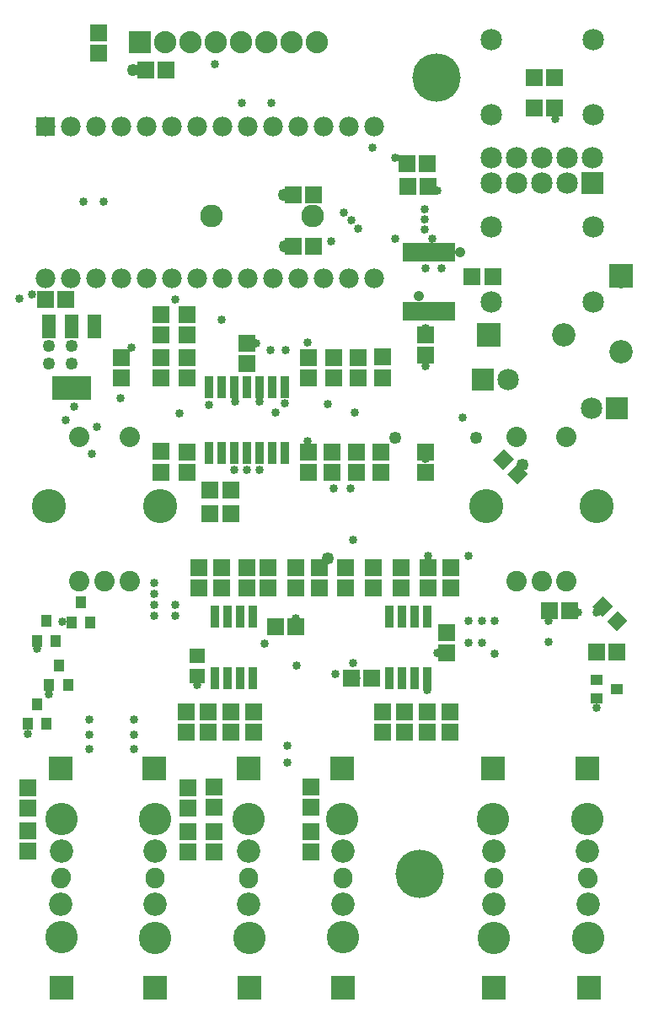
<source format=gbs>
G04 MADE WITH FRITZING*
G04 WWW.FRITZING.ORG*
G04 DOUBLE SIDED*
G04 HOLES PLATED*
G04 CONTOUR ON CENTER OF CONTOUR VECTOR*
%ASAXBY*%
%FSLAX23Y23*%
%MOIN*%
%OFA0B0*%
%SFA1.0B1.0*%
%ADD10C,0.080000*%
%ADD11C,0.080866*%
%ADD12C,0.135105*%
%ADD13C,0.033622*%
%ADD14C,0.049370*%
%ADD15C,0.128110*%
%ADD16C,0.191102*%
%ADD17C,0.085000*%
%ADD18C,0.041496*%
%ADD19C,0.090000*%
%ADD20C,0.077559*%
%ADD21C,0.092000*%
%ADD22C,0.092900*%
%ADD23C,0.092836*%
%ADD24C,0.075328*%
%ADD25C,0.088000*%
%ADD26R,0.045433X0.041496*%
%ADD27R,0.036000X0.090000*%
%ADD28R,0.065118X0.069055*%
%ADD29R,0.058000X0.098000*%
%ADD30R,0.151732X0.096614*%
%ADD31R,0.069055X0.065118*%
%ADD32R,0.041496X0.045433*%
%ADD33R,0.077559X0.077559*%
%ADD34R,0.085000X0.085000*%
%ADD35R,0.025748X0.072992*%
%ADD36R,0.092000X0.092000*%
%ADD37R,0.096614X0.096614*%
%ADD38R,0.088000X0.088000*%
%ADD39C,0.010000*%
%LNMASK0*%
G90*
G70*
G54D10*
X2018Y2255D03*
G54D11*
X2215Y1684D03*
X2116Y1684D03*
X2018Y1684D03*
G54D10*
X2215Y2255D03*
G54D12*
X2335Y1980D03*
X1898Y1980D03*
G54D11*
X2018Y1684D03*
G54D10*
X2018Y2255D03*
G54D11*
X2215Y1684D03*
G54D12*
X2335Y1980D03*
X1898Y1980D03*
G54D10*
X2215Y2255D03*
G54D11*
X2116Y1684D03*
X2018Y1684D03*
G54D10*
X2018Y2255D03*
G54D11*
X2215Y1684D03*
G54D12*
X2335Y1980D03*
X1898Y1980D03*
G54D10*
X2215Y2255D03*
G54D11*
X2116Y1684D03*
G54D10*
X289Y2255D03*
G54D11*
X486Y1684D03*
X388Y1684D03*
X289Y1684D03*
G54D10*
X486Y2255D03*
G54D12*
X606Y1980D03*
X169Y1980D03*
G54D11*
X289Y1684D03*
G54D10*
X289Y2255D03*
G54D11*
X486Y1684D03*
G54D12*
X606Y1980D03*
X169Y1980D03*
G54D10*
X486Y2255D03*
G54D11*
X388Y1684D03*
X289Y1684D03*
G54D10*
X289Y2255D03*
G54D11*
X486Y1684D03*
G54D12*
X606Y1980D03*
X169Y1980D03*
G54D10*
X486Y2255D03*
G54D11*
X388Y1684D03*
G54D13*
X1659Y2169D03*
G54D14*
X1100Y3007D03*
G54D13*
X2144Y1444D03*
X1880Y1527D03*
X1829Y1783D03*
X1364Y3110D03*
X1333Y3141D03*
G54D14*
X1096Y3212D03*
X502Y3704D03*
G54D13*
X1392Y3078D03*
X1655Y3074D03*
G54D14*
X1537Y2251D03*
G54D13*
X667Y1590D03*
X1931Y1397D03*
X951Y2125D03*
X986Y2625D03*
G54D15*
X2302Y275D03*
X960Y275D03*
X1331Y277D03*
X586Y275D03*
X217Y277D03*
X1927Y275D03*
X1329Y745D03*
X956Y745D03*
X587Y745D03*
X217Y745D03*
X1925Y745D03*
X2299Y745D03*
G54D13*
X931Y3574D03*
X825Y3728D03*
G54D14*
X1270Y1775D03*
G54D13*
X1829Y1440D03*
X1829Y1527D03*
X1144Y1539D03*
X1372Y1362D03*
X1372Y1846D03*
X1022Y1436D03*
X1112Y1035D03*
X1148Y1350D03*
X1663Y1255D03*
X1703Y1401D03*
X1384Y1302D03*
X2262Y1562D03*
X2333Y1184D03*
X1931Y1527D03*
X494Y2606D03*
G54D14*
X167Y2613D03*
X258Y2613D03*
X258Y2543D03*
X167Y2543D03*
G54D13*
X1667Y1783D03*
X1880Y1440D03*
X1703Y3228D03*
X2171Y3511D03*
G54D16*
X1700Y3675D03*
X1635Y528D03*
G54D13*
X1112Y968D03*
G54D17*
X2320Y2786D03*
X1918Y2786D03*
X2320Y3084D03*
X1918Y3084D03*
X2320Y3526D03*
X1918Y3526D03*
X2320Y3823D03*
X1918Y3823D03*
G54D13*
X1191Y2629D03*
G54D18*
X1793Y2984D03*
G54D13*
X337Y2188D03*
X356Y2295D03*
X1655Y3153D03*
X1655Y3113D03*
X1191Y2239D03*
X1102Y2387D03*
X1104Y2598D03*
X801Y2382D03*
X852Y2716D03*
X451Y2409D03*
X667Y2799D03*
X1049Y3574D03*
G54D14*
X1856Y2251D03*
G54D18*
X1632Y2810D03*
G54D13*
X1659Y2535D03*
X1659Y2684D03*
G54D19*
X1211Y3129D03*
X811Y3129D03*
X1211Y3129D03*
X811Y3129D03*
G54D13*
X1002Y2125D03*
X901Y2125D03*
X1002Y2393D03*
X903Y2393D03*
X585Y1547D03*
X667Y1547D03*
X585Y1590D03*
X1270Y2385D03*
X585Y1633D03*
X683Y2346D03*
X585Y1676D03*
X1360Y2051D03*
X1378Y2352D03*
X1063Y2352D03*
X1045Y2598D03*
X1293Y2051D03*
X1805Y2330D03*
X2144Y1527D03*
X1448Y3398D03*
X1538Y3356D03*
G54D14*
X2041Y2145D03*
G54D13*
X85Y1082D03*
X52Y2800D03*
X329Y1021D03*
X503Y1021D03*
X167Y1239D03*
X102Y2816D03*
X120Y1417D03*
X503Y1078D03*
X329Y1078D03*
X329Y1136D03*
X503Y1136D03*
X222Y1523D03*
X305Y3184D03*
X384Y3184D03*
X266Y2373D03*
X234Y2322D03*
X2333Y1562D03*
G54D20*
X155Y3481D03*
X155Y2881D03*
X255Y3481D03*
X255Y2881D03*
X355Y3481D03*
X355Y2881D03*
X455Y3481D03*
X455Y2881D03*
X555Y3481D03*
X555Y2881D03*
X655Y3481D03*
X655Y2881D03*
X755Y3481D03*
X755Y2881D03*
X855Y3481D03*
X855Y2881D03*
X955Y3481D03*
X955Y2881D03*
X1055Y3481D03*
X1055Y2881D03*
X1155Y3481D03*
X1155Y2881D03*
X1255Y3481D03*
X1255Y2881D03*
X1355Y3481D03*
X1355Y2881D03*
X1455Y3481D03*
X1455Y2881D03*
X155Y3481D03*
X155Y2881D03*
X255Y3481D03*
X255Y2881D03*
X355Y3481D03*
X355Y2881D03*
X455Y3481D03*
X455Y2881D03*
X555Y3481D03*
X555Y2881D03*
X655Y3481D03*
X655Y2881D03*
X755Y3481D03*
X755Y2881D03*
X855Y3481D03*
X855Y2881D03*
X955Y3481D03*
X955Y2881D03*
X1055Y3481D03*
X1055Y2881D03*
X1155Y3481D03*
X1155Y2881D03*
X1255Y3481D03*
X1255Y2881D03*
X1355Y3481D03*
X1355Y2881D03*
X1455Y3481D03*
X1455Y2881D03*
G54D17*
X2317Y3257D03*
X2317Y3357D03*
X2217Y3257D03*
X2217Y3357D03*
X2117Y3257D03*
X2117Y3357D03*
X2017Y3257D03*
X2017Y3357D03*
X1917Y3257D03*
X1917Y3357D03*
X2317Y3257D03*
X2317Y3357D03*
X2217Y3257D03*
X2217Y3357D03*
X2117Y3257D03*
X2117Y3357D03*
X2017Y3257D03*
X2017Y3357D03*
X1917Y3257D03*
X1917Y3357D03*
G54D13*
X1722Y2921D03*
X1683Y3039D03*
X1537Y3039D03*
X1659Y2921D03*
X1283Y3026D03*
G54D21*
X2431Y2889D03*
X2431Y2591D03*
X2431Y2889D03*
X2431Y2591D03*
X1907Y2657D03*
X2205Y2657D03*
X1907Y2657D03*
X2205Y2657D03*
G54D17*
X1884Y2480D03*
X1984Y2480D03*
X1884Y2480D03*
X1984Y2480D03*
X2415Y2369D03*
X2315Y2369D03*
X2415Y2369D03*
X2315Y2369D03*
G54D13*
X1301Y1318D03*
X754Y1275D03*
G54D22*
X2303Y79D03*
G54D23*
X2301Y406D03*
G54D24*
X2301Y509D03*
G54D22*
X1929Y79D03*
G54D23*
X1926Y406D03*
G54D24*
X1926Y509D03*
G54D22*
X1332Y79D03*
G54D23*
X1330Y406D03*
G54D24*
X1330Y509D03*
G54D22*
X962Y79D03*
G54D23*
X959Y406D03*
G54D24*
X959Y509D03*
G54D22*
X588Y79D03*
G54D23*
X586Y406D03*
G54D24*
X586Y509D03*
G54D22*
X218Y79D03*
G54D23*
X215Y406D03*
G54D24*
X215Y509D03*
G54D22*
X2297Y943D03*
G54D23*
X2299Y616D03*
G54D24*
X2299Y513D03*
G54D22*
X1923Y943D03*
G54D23*
X1926Y616D03*
G54D24*
X1926Y513D03*
G54D22*
X1327Y943D03*
G54D23*
X1330Y616D03*
G54D24*
X1330Y513D03*
G54D22*
X956Y943D03*
G54D23*
X959Y616D03*
G54D24*
X959Y513D03*
G54D22*
X584Y943D03*
G54D23*
X587Y616D03*
G54D24*
X587Y513D03*
G54D22*
X215Y943D03*
G54D23*
X217Y616D03*
G54D24*
X217Y513D03*
G54D25*
X529Y3813D03*
X629Y3813D03*
X729Y3813D03*
X829Y3813D03*
X929Y3813D03*
X1029Y3813D03*
X1129Y3813D03*
X1229Y3813D03*
G54D26*
X2333Y1220D03*
X2333Y1295D03*
X2415Y1257D03*
G54D27*
X824Y1543D03*
X874Y1543D03*
X924Y1543D03*
X974Y1543D03*
X974Y1301D03*
X924Y1301D03*
X874Y1301D03*
X824Y1301D03*
X1513Y1543D03*
X1563Y1543D03*
X1613Y1543D03*
X1663Y1543D03*
X1663Y1301D03*
X1613Y1301D03*
X1563Y1301D03*
X1513Y1301D03*
G54D28*
X234Y2799D03*
X153Y2799D03*
G54D29*
X167Y2692D03*
X258Y2692D03*
X349Y2692D03*
G54D30*
X258Y2448D03*
G54D28*
X2167Y3554D03*
X2087Y3554D03*
X1667Y3243D03*
X1587Y3243D03*
X1214Y3007D03*
X1134Y3007D03*
X1214Y3212D03*
X1134Y3212D03*
X1665Y3333D03*
X1585Y3333D03*
X2167Y3673D03*
X2087Y3673D03*
G54D31*
X1659Y2576D03*
X1659Y2657D03*
X951Y2625D03*
X951Y2545D03*
G54D28*
X1923Y2886D03*
X1842Y2886D03*
G54D32*
X331Y1522D03*
X256Y1522D03*
X294Y1601D03*
X195Y1447D03*
X120Y1447D03*
X157Y1526D03*
X244Y1273D03*
X169Y1273D03*
X206Y1351D03*
X159Y1120D03*
X85Y1120D03*
X122Y1199D03*
G54D33*
X155Y3481D03*
X155Y3481D03*
G54D34*
X2317Y3257D03*
X2317Y3257D03*
G54D35*
X1761Y2751D03*
X1735Y2751D03*
X1710Y2751D03*
X1684Y2751D03*
X1659Y2751D03*
X1633Y2751D03*
X1607Y2751D03*
X1582Y2751D03*
X1582Y2984D03*
X1607Y2984D03*
X1633Y2984D03*
X1659Y2984D03*
X1684Y2984D03*
X1710Y2984D03*
X1735Y2984D03*
X1761Y2984D03*
G54D36*
X2431Y2890D03*
X2431Y2890D03*
X1906Y2657D03*
X1906Y2657D03*
G54D34*
X1884Y2480D03*
X1884Y2480D03*
X2415Y2369D03*
X2415Y2369D03*
G54D27*
X802Y2451D03*
X852Y2451D03*
X902Y2451D03*
X952Y2451D03*
X1002Y2451D03*
X1052Y2451D03*
X1102Y2451D03*
X1102Y2190D03*
X1052Y2190D03*
X1002Y2190D03*
X952Y2190D03*
X902Y2190D03*
X852Y2190D03*
X802Y2190D03*
G54D31*
X455Y2487D03*
X455Y2568D03*
X364Y3771D03*
X364Y3852D03*
G54D28*
X632Y3704D03*
X551Y3704D03*
G54D31*
X85Y617D03*
X85Y698D03*
X85Y869D03*
X85Y789D03*
X718Y614D03*
X718Y694D03*
X718Y869D03*
X718Y789D03*
X821Y871D03*
X821Y791D03*
X821Y614D03*
X821Y694D03*
X1203Y614D03*
X1203Y694D03*
X1203Y871D03*
X1203Y791D03*
X1486Y2570D03*
X1486Y2489D03*
X714Y2739D03*
X714Y2659D03*
G54D28*
X886Y2043D03*
X805Y2043D03*
X1364Y1302D03*
X1445Y1302D03*
X1144Y1503D03*
X1063Y1503D03*
G54D31*
X1742Y1401D03*
X1742Y1482D03*
X951Y1739D03*
X951Y1659D03*
X1033Y1739D03*
X1033Y1659D03*
X762Y1739D03*
X762Y1659D03*
X852Y1739D03*
X852Y1659D03*
X978Y1169D03*
X978Y1088D03*
X888Y1169D03*
X888Y1088D03*
X797Y1169D03*
X797Y1088D03*
X711Y1169D03*
X711Y1088D03*
X1486Y1169D03*
X1486Y1088D03*
X1754Y1169D03*
X1754Y1088D03*
X1573Y1169D03*
X1573Y1088D03*
X1663Y1169D03*
X1663Y1088D03*
X1144Y1739D03*
X1144Y1659D03*
X1238Y1739D03*
X1238Y1659D03*
X1340Y1739D03*
X1340Y1659D03*
X1451Y1739D03*
X1451Y1659D03*
X1561Y1739D03*
X1561Y1659D03*
X1667Y1739D03*
X1667Y1659D03*
X1758Y1739D03*
X1758Y1659D03*
X1659Y2195D03*
X1659Y2114D03*
X1482Y2195D03*
X1482Y2114D03*
X612Y2659D03*
X612Y2739D03*
X1392Y2568D03*
X1392Y2487D03*
G54D28*
X886Y1952D03*
X805Y1952D03*
G54D31*
X1384Y2195D03*
X1384Y2114D03*
X612Y2566D03*
X612Y2486D03*
X714Y2568D03*
X714Y2487D03*
X1289Y2195D03*
X1289Y2114D03*
X1293Y2568D03*
X1293Y2487D03*
X1194Y2568D03*
X1194Y2487D03*
X612Y2196D03*
X612Y2115D03*
X714Y2195D03*
X714Y2114D03*
X1194Y2195D03*
X1194Y2114D03*
G54D28*
X2415Y1405D03*
X2335Y1405D03*
X2226Y1566D03*
X2146Y1566D03*
G54D37*
X2303Y79D03*
X1929Y79D03*
X1332Y79D03*
X962Y79D03*
X588Y79D03*
X218Y79D03*
X2297Y943D03*
X1923Y943D03*
X1327Y943D03*
X956Y943D03*
X584Y943D03*
X215Y943D03*
G54D38*
X529Y3813D03*
G54D39*
G36*
X1925Y2164D02*
X1967Y2205D01*
X2006Y2166D01*
X1964Y2125D01*
X1925Y2164D01*
G37*
D02*
G36*
X1982Y2107D02*
X2024Y2148D01*
X2063Y2109D01*
X2021Y2068D01*
X1982Y2107D01*
G37*
D02*
G36*
X724Y1417D02*
X783Y1417D01*
X783Y1362D01*
X724Y1362D01*
X724Y1417D01*
G37*
D02*
G36*
X724Y1336D02*
X783Y1336D01*
X783Y1281D01*
X724Y1281D01*
X724Y1336D01*
G37*
D02*
G36*
X2456Y1528D02*
X2414Y1487D01*
X2375Y1525D01*
X2417Y1567D01*
X2456Y1528D01*
G37*
D02*
G36*
X2399Y1585D02*
X2357Y1544D01*
X2318Y1583D01*
X2360Y1624D01*
X2399Y1585D01*
G37*
D02*
G04 End of Mask0*
M02*
</source>
